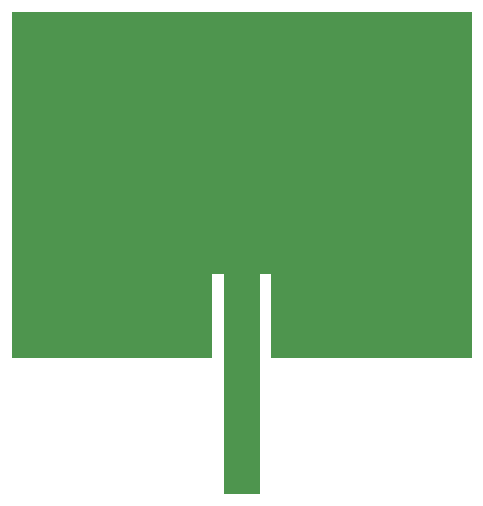
<source format=gbr>
%TF.GenerationSoftware,Altium Limited,Altium Designer,25.3.3 (18)*%
G04 Layer_Physical_Order=1*
G04 Layer_Color=255*
%FSLAX45Y45*%
%MOMM*%
%TF.SameCoordinates,2FB12809-2437-477B-894C-9A8D18DFCE8B*%
%TF.FilePolarity,Positive*%
%TF.FileFunction,Copper,L1,Top,Signal*%
%TF.Part,Single*%
G01*
G75*
%TA.AperFunction,ViaPad*%
%ADD10C,1.30000*%
G36*
X12640682Y6553200D02*
X12640681Y6553200D01*
X10940681D01*
Y7263200D01*
X10840681D01*
Y5403200D01*
X10540681D01*
Y7263200D01*
X10440681D01*
Y6553200D01*
X8740682D01*
Y9483199D01*
X8740682Y9483199D01*
X12640682D01*
Y6553200D01*
D02*
G37*
D10*
X10690700Y5816600D02*
D03*
%TF.MD5,e34c3841d2207275a782d4a63268341b*%
M02*

</source>
